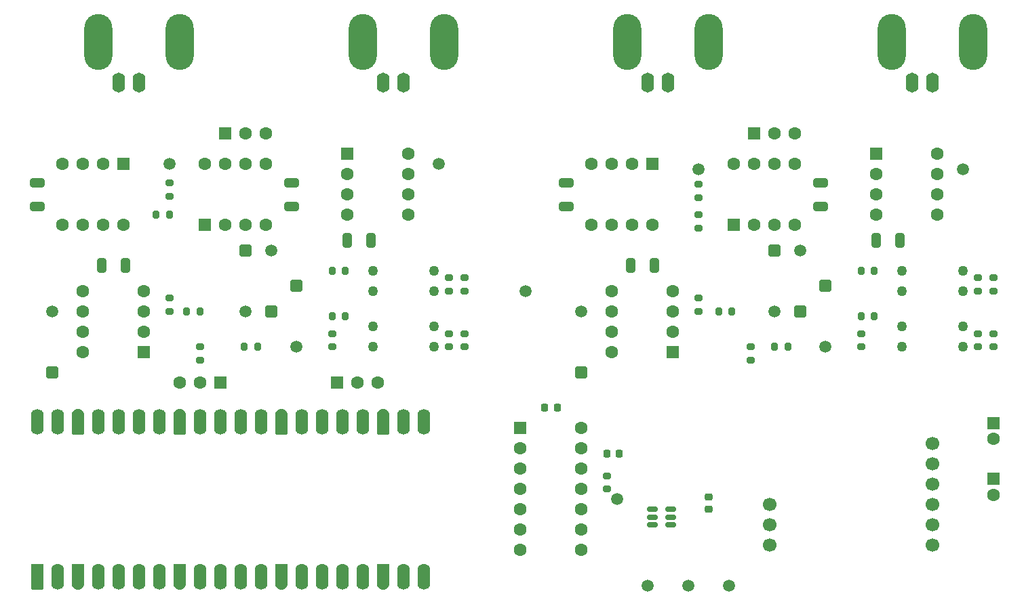
<source format=gbr>
%TF.GenerationSoftware,KiCad,Pcbnew,9.0.1*%
%TF.CreationDate,2025-06-22T18:16:09+09:00*%
%TF.ProjectId,SMU,534d552e-6b69-4636-9164-5f7063625858,rev?*%
%TF.SameCoordinates,Original*%
%TF.FileFunction,Soldermask,Top*%
%TF.FilePolarity,Negative*%
%FSLAX46Y46*%
G04 Gerber Fmt 4.6, Leading zero omitted, Abs format (unit mm)*
G04 Created by KiCad (PCBNEW 9.0.1) date 2025-06-22 18:16:09*
%MOMM*%
%LPD*%
G01*
G04 APERTURE LIST*
G04 Aperture macros list*
%AMRoundRect*
0 Rectangle with rounded corners*
0 $1 Rounding radius*
0 $2 $3 $4 $5 $6 $7 $8 $9 X,Y pos of 4 corners*
0 Add a 4 corners polygon primitive as box body*
4,1,4,$2,$3,$4,$5,$6,$7,$8,$9,$2,$3,0*
0 Add four circle primitives for the rounded corners*
1,1,$1+$1,$2,$3*
1,1,$1+$1,$4,$5*
1,1,$1+$1,$6,$7*
1,1,$1+$1,$8,$9*
0 Add four rect primitives between the rounded corners*
20,1,$1+$1,$2,$3,$4,$5,0*
20,1,$1+$1,$4,$5,$6,$7,0*
20,1,$1+$1,$6,$7,$8,$9,0*
20,1,$1+$1,$8,$9,$2,$3,0*%
%AMFreePoly0*
4,1,37,0.800000,0.796148,0.878414,0.796148,1.032228,0.765552,1.177117,0.705537,1.307515,0.618408,1.418408,0.507515,1.505537,0.377117,1.565552,0.232228,1.596148,0.078414,1.596148,-0.078414,1.565552,-0.232228,1.505537,-0.377117,1.418408,-0.507515,1.307515,-0.618408,1.177117,-0.705537,1.032228,-0.765552,0.878414,-0.796148,0.800000,-0.796148,0.800000,-0.800000,-1.400000,-0.800000,
-1.403843,-0.796157,-1.439018,-0.796157,-1.511114,-0.766294,-1.566294,-0.711114,-1.596157,-0.639018,-1.596157,-0.603843,-1.600000,-0.600000,-1.600000,0.600000,-1.596157,0.603843,-1.596157,0.639018,-1.566294,0.711114,-1.511114,0.766294,-1.439018,0.796157,-1.403843,0.796157,-1.400000,0.800000,0.800000,0.800000,0.800000,0.796148,0.800000,0.796148,$1*%
%AMFreePoly1*
4,1,37,1.403843,0.796157,1.439018,0.796157,1.511114,0.766294,1.566294,0.711114,1.596157,0.639018,1.596157,0.603843,1.600000,0.600000,1.600000,-0.600000,1.596157,-0.603843,1.596157,-0.639018,1.566294,-0.711114,1.511114,-0.766294,1.439018,-0.796157,1.403843,-0.796157,1.400000,-0.800000,-0.800000,-0.800000,-0.800000,-0.796148,-0.878414,-0.796148,-1.032228,-0.765552,-1.177117,-0.705537,
-1.307515,-0.618408,-1.418408,-0.507515,-1.505537,-0.377117,-1.565552,-0.232228,-1.596148,-0.078414,-1.596148,0.078414,-1.565552,0.232228,-1.505537,0.377117,-1.418408,0.507515,-1.307515,0.618408,-1.177117,0.705537,-1.032228,0.765552,-0.878414,0.796148,-0.800000,0.796148,-0.800000,0.800000,1.400000,0.800000,1.403843,0.796157,1.403843,0.796157,$1*%
%AMFreePoly2*
4,1,37,0.603843,0.796157,0.639018,0.796157,0.711114,0.766294,0.766294,0.711114,0.796157,0.639018,0.796157,0.603843,0.800000,0.600000,0.800000,-0.600000,0.796157,-0.603843,0.796157,-0.639018,0.766294,-0.711114,0.711114,-0.766294,0.639018,-0.796157,0.603843,-0.796157,0.600000,-0.800000,0.000000,-0.800000,0.000000,-0.796148,-0.078414,-0.796148,-0.232228,-0.765552,-0.377117,-0.705537,
-0.507515,-0.618408,-0.618408,-0.507515,-0.705537,-0.377117,-0.765552,-0.232228,-0.796148,-0.078414,-0.796148,0.078414,-0.765552,0.232228,-0.705537,0.377117,-0.618408,0.507515,-0.507515,0.618408,-0.377117,0.705537,-0.232228,0.765552,-0.078414,0.796148,0.000000,0.796148,0.000000,0.800000,0.600000,0.800000,0.603843,0.796157,0.603843,0.796157,$1*%
%AMFreePoly3*
4,1,37,0.000000,0.796148,0.078414,0.796148,0.232228,0.765552,0.377117,0.705537,0.507515,0.618408,0.618408,0.507515,0.705537,0.377117,0.765552,0.232228,0.796148,0.078414,0.796148,-0.078414,0.765552,-0.232228,0.705537,-0.377117,0.618408,-0.507515,0.507515,-0.618408,0.377117,-0.705537,0.232228,-0.765552,0.078414,-0.796148,0.000000,-0.796148,0.000000,-0.800000,-0.600000,-0.800000,
-0.603843,-0.796157,-0.639018,-0.796157,-0.711114,-0.766294,-0.766294,-0.711114,-0.796157,-0.639018,-0.796157,-0.603843,-0.800000,-0.600000,-0.800000,0.600000,-0.796157,0.603843,-0.796157,0.639018,-0.766294,0.711114,-0.711114,0.766294,-0.639018,0.796157,-0.603843,0.796157,-0.600000,0.800000,0.000000,0.800000,0.000000,0.796148,0.000000,0.796148,$1*%
G04 Aperture macros list end*
%ADD10C,1.270000*%
%ADD11RoundRect,0.250000X0.550000X0.550000X-0.550000X0.550000X-0.550000X-0.550000X0.550000X-0.550000X0*%
%ADD12C,1.600000*%
%ADD13RoundRect,0.250000X0.650000X-0.325000X0.650000X0.325000X-0.650000X0.325000X-0.650000X-0.325000X0*%
%ADD14RoundRect,0.250000X-0.650000X0.325000X-0.650000X-0.325000X0.650000X-0.325000X0.650000X0.325000X0*%
%ADD15RoundRect,0.250001X-0.499999X0.499999X-0.499999X-0.499999X0.499999X-0.499999X0.499999X0.499999X0*%
%ADD16C,1.500000*%
%ADD17RoundRect,0.200000X-0.275000X0.200000X-0.275000X-0.200000X0.275000X-0.200000X0.275000X0.200000X0*%
%ADD18RoundRect,0.200000X0.275000X-0.200000X0.275000X0.200000X-0.275000X0.200000X-0.275000X-0.200000X0*%
%ADD19RoundRect,0.250000X0.325000X0.650000X-0.325000X0.650000X-0.325000X-0.650000X0.325000X-0.650000X0*%
%ADD20RoundRect,0.200000X0.200000X0.275000X-0.200000X0.275000X-0.200000X-0.275000X0.200000X-0.275000X0*%
%ADD21RoundRect,0.200000X-0.200000X-0.275000X0.200000X-0.275000X0.200000X0.275000X-0.200000X0.275000X0*%
%ADD22RoundRect,0.250000X-0.550000X0.550000X-0.550000X-0.550000X0.550000X-0.550000X0.550000X0.550000X0*%
%ADD23RoundRect,0.225000X-0.225000X-0.250000X0.225000X-0.250000X0.225000X0.250000X-0.225000X0.250000X0*%
%ADD24RoundRect,0.225000X-0.250000X0.225000X-0.250000X-0.225000X0.250000X-0.225000X0.250000X0.225000X0*%
%ADD25O,1.600000X2.500000*%
%ADD26O,3.500000X7.000000*%
%ADD27RoundRect,0.250000X-0.550000X-0.550000X0.550000X-0.550000X0.550000X0.550000X-0.550000X0.550000X0*%
%ADD28RoundRect,0.250000X0.550000X-0.550000X0.550000X0.550000X-0.550000X0.550000X-0.550000X-0.550000X0*%
%ADD29RoundRect,0.225000X0.225000X0.250000X-0.225000X0.250000X-0.225000X-0.250000X0.225000X-0.250000X0*%
%ADD30RoundRect,0.150000X-0.512500X-0.150000X0.512500X-0.150000X0.512500X0.150000X-0.512500X0.150000X0*%
%ADD31RoundRect,0.250001X0.499999X-0.499999X0.499999X0.499999X-0.499999X0.499999X-0.499999X-0.499999X0*%
%ADD32C,1.700000*%
%ADD33R,1.500000X1.500000*%
%ADD34FreePoly0,90.000000*%
%ADD35RoundRect,0.200000X0.600000X-0.600000X0.600000X0.600000X-0.600000X0.600000X-0.600000X-0.600000X0*%
%ADD36RoundRect,0.800000X0.000010X-0.800000X0.000010X0.800000X-0.000010X0.800000X-0.000010X-0.800000X0*%
%ADD37FreePoly1,90.000000*%
%ADD38FreePoly2,90.000000*%
%ADD39FreePoly3,90.000000*%
G04 APERTURE END LIST*
D10*
%TO.C,U16*%
X77470000Y-162565000D03*
X77470000Y-160025000D03*
X69850000Y-160025000D03*
X69850000Y-162565000D03*
%TD*%
%TO.C,U10*%
X143510000Y-162560000D03*
X143510000Y-160020000D03*
X135890000Y-160020000D03*
X135890000Y-162560000D03*
%TD*%
%TO.C,U9*%
X143510000Y-155575000D03*
X143510000Y-153035000D03*
X135890000Y-153035000D03*
X135890000Y-155575000D03*
%TD*%
%TO.C,U15*%
X77470000Y-155580000D03*
X77470000Y-153040000D03*
X69850000Y-153040000D03*
X69850000Y-155580000D03*
%TD*%
D11*
%TO.C,U11*%
X107315000Y-163195000D03*
D12*
X107315000Y-160655000D03*
X107315000Y-158115000D03*
X107315000Y-155575000D03*
X99695000Y-155575000D03*
X99695000Y-158115000D03*
X99695000Y-160655000D03*
X99695000Y-163195000D03*
%TD*%
D13*
%TO.C,C7*%
X93980000Y-144985000D03*
X93980000Y-142035000D03*
%TD*%
D14*
%TO.C,C6*%
X125730000Y-142035000D03*
X125730000Y-144985000D03*
%TD*%
D15*
%TO.C,D8*%
X60325000Y-154935000D03*
D16*
X60325000Y-162555000D03*
%TD*%
D17*
%TO.C,R22*%
X79375000Y-160915000D03*
X79375000Y-162565000D03*
%TD*%
D15*
%TO.C,D4*%
X126365000Y-154935000D03*
D16*
X126365000Y-162555000D03*
%TD*%
D18*
%TO.C,R25*%
X48260000Y-164210000D03*
X48260000Y-162560000D03*
%TD*%
D19*
%TO.C,C9*%
X104980000Y-152400000D03*
X102030000Y-152400000D03*
%TD*%
D20*
%TO.C,R13*%
X114680000Y-158115000D03*
X113030000Y-158115000D03*
%TD*%
D21*
%TO.C,R16*%
X42800000Y-146055000D03*
X44450000Y-146055000D03*
%TD*%
%TO.C,R18*%
X64770000Y-153040000D03*
X66420000Y-153040000D03*
%TD*%
%TO.C,R27*%
X53785000Y-162560000D03*
X55435000Y-162560000D03*
%TD*%
D18*
%TO.C,R28*%
X44450000Y-158115000D03*
X44450000Y-156465000D03*
%TD*%
D22*
%TO.C,C2*%
X147320000Y-179070000D03*
D12*
X147320000Y-181070000D03*
%TD*%
D18*
%TO.C,R12*%
X117030000Y-164210000D03*
X117030000Y-162560000D03*
%TD*%
D14*
%TO.C,C10*%
X59690000Y-142040000D03*
X59690000Y-144990000D03*
%TD*%
D23*
%TO.C,C4*%
X91300000Y-170180000D03*
X92850000Y-170180000D03*
%TD*%
D18*
%TO.C,R3*%
X110490000Y-147700000D03*
X110490000Y-146050000D03*
%TD*%
D24*
%TO.C,C3*%
X111760000Y-181330000D03*
X111760000Y-182880000D03*
%TD*%
D22*
%TO.C,C1*%
X147320000Y-172085000D03*
D12*
X147320000Y-174085000D03*
%TD*%
D25*
%TO.C,J2*%
X73660000Y-129540000D03*
D26*
X68580000Y-124460000D03*
D25*
X71120000Y-129540000D03*
D26*
X78740000Y-124460000D03*
%TD*%
D27*
%TO.C,U14*%
X66680000Y-138435000D03*
D12*
X66680000Y-140975000D03*
X66680000Y-143515000D03*
X66680000Y-146055000D03*
X74300000Y-146055000D03*
X74300000Y-143515000D03*
X74300000Y-140975000D03*
X74300000Y-138435000D03*
%TD*%
D18*
%TO.C,R11*%
X147320000Y-162560000D03*
X147320000Y-160910000D03*
%TD*%
D21*
%TO.C,R14*%
X120015000Y-162560000D03*
X121665000Y-162560000D03*
%TD*%
D19*
%TO.C,C12*%
X69625000Y-149230000D03*
X66675000Y-149230000D03*
%TD*%
D28*
%TO.C,U6*%
X114935000Y-147320000D03*
D12*
X117475000Y-147320000D03*
X120015000Y-147320000D03*
X122555000Y-147320000D03*
X122555000Y-139700000D03*
X120015000Y-139700000D03*
X117475000Y-139700000D03*
X114935000Y-139700000D03*
%TD*%
D27*
%TO.C,U5*%
X88265000Y-172720000D03*
D12*
X88265000Y-175260000D03*
X88265000Y-177800000D03*
X88265000Y-180340000D03*
X88265000Y-182880000D03*
X88265000Y-185420000D03*
X88265000Y-187960000D03*
X95885000Y-187960000D03*
X95885000Y-185420000D03*
X95885000Y-182880000D03*
X95885000Y-180340000D03*
X95885000Y-177800000D03*
X95885000Y-175260000D03*
X95885000Y-172720000D03*
%TD*%
D18*
%TO.C,R2*%
X99060000Y-180340000D03*
X99060000Y-178690000D03*
%TD*%
D21*
%TO.C,R19*%
X64770000Y-158755000D03*
X66420000Y-158755000D03*
%TD*%
D29*
%TO.C,C5*%
X100610000Y-175895000D03*
X99060000Y-175895000D03*
%TD*%
D17*
%TO.C,R23*%
X81280000Y-153930000D03*
X81280000Y-155580000D03*
%TD*%
D30*
%TO.C,U4*%
X104775000Y-182880000D03*
X104775000Y-183830000D03*
X104775000Y-184780000D03*
X107050000Y-184780000D03*
X107050000Y-183830000D03*
X107050000Y-182880000D03*
%TD*%
D18*
%TO.C,R21*%
X79375000Y-155580000D03*
X79375000Y-153930000D03*
%TD*%
D31*
%TO.C,D3*%
X123190000Y-158120000D03*
D16*
X123190000Y-150500000D03*
%TD*%
D19*
%TO.C,C13*%
X38940000Y-152400000D03*
X35990000Y-152400000D03*
%TD*%
D22*
%TO.C,U7*%
X104775000Y-139700000D03*
D12*
X102235000Y-139700000D03*
X99695000Y-139700000D03*
X97155000Y-139700000D03*
X97155000Y-147320000D03*
X99695000Y-147320000D03*
X102235000Y-147320000D03*
X104775000Y-147320000D03*
%TD*%
D32*
%TO.C,U1*%
X119380000Y-182245000D03*
X119380000Y-184785000D03*
X119380000Y-187325000D03*
X139700000Y-174625000D03*
X139700000Y-177165000D03*
X139700000Y-179705000D03*
X139700000Y-182245000D03*
X139700000Y-184785000D03*
X139700000Y-187325000D03*
%TD*%
D21*
%TO.C,R6*%
X130810000Y-158750000D03*
X132460000Y-158750000D03*
%TD*%
D33*
%TO.C,SW1*%
X51435000Y-135890000D03*
D12*
X53975000Y-135890000D03*
X56515000Y-135890000D03*
%TD*%
D20*
%TO.C,R26*%
X48260000Y-158115000D03*
X46610000Y-158115000D03*
%TD*%
D18*
%TO.C,R8*%
X145415000Y-155575000D03*
X145415000Y-153925000D03*
%TD*%
D28*
%TO.C,U12*%
X48895000Y-147320000D03*
D12*
X51435000Y-147320000D03*
X53975000Y-147320000D03*
X56515000Y-147320000D03*
X56515000Y-139700000D03*
X53975000Y-139700000D03*
X51435000Y-139700000D03*
X48895000Y-139700000D03*
%TD*%
D25*
%TO.C,J1*%
X40640000Y-129540000D03*
D26*
X35560000Y-124460000D03*
D25*
X38100000Y-129540000D03*
D26*
X45720000Y-124460000D03*
%TD*%
D31*
%TO.C,D1*%
X95885000Y-165735000D03*
D16*
X95885000Y-158115000D03*
%TD*%
D33*
%TO.C,SW3*%
X50800000Y-167005000D03*
D12*
X48260000Y-167005000D03*
X45720000Y-167005000D03*
%TD*%
D17*
%TO.C,R17*%
X44450000Y-142055000D03*
X44450000Y-143705000D03*
%TD*%
%TO.C,R7*%
X130810000Y-160910000D03*
X130810000Y-162560000D03*
%TD*%
D33*
%TO.C,SW2*%
X117475000Y-135890000D03*
D12*
X120015000Y-135890000D03*
X122555000Y-135890000D03*
%TD*%
D27*
%TO.C,U8*%
X132715000Y-138430000D03*
D12*
X132715000Y-140970000D03*
X132715000Y-143510000D03*
X132715000Y-146050000D03*
X140335000Y-146050000D03*
X140335000Y-143510000D03*
X140335000Y-140970000D03*
X140335000Y-138430000D03*
%TD*%
D11*
%TO.C,U17*%
X41270000Y-163200000D03*
D12*
X41270000Y-160660000D03*
X41270000Y-158120000D03*
X41270000Y-155580000D03*
X33650000Y-155580000D03*
X33650000Y-158120000D03*
X33650000Y-160660000D03*
X33650000Y-163200000D03*
%TD*%
D15*
%TO.C,D6*%
X53975000Y-150490000D03*
D16*
X53975000Y-158110000D03*
%TD*%
D17*
%TO.C,R10*%
X147320000Y-153925000D03*
X147320000Y-155575000D03*
%TD*%
D25*
%TO.C,J3*%
X106680000Y-129540000D03*
D26*
X101600000Y-124460000D03*
D25*
X104140000Y-129540000D03*
D26*
X111760000Y-124460000D03*
%TD*%
D13*
%TO.C,C11*%
X27940000Y-144990000D03*
X27940000Y-142040000D03*
%TD*%
D17*
%TO.C,R20*%
X64770000Y-160915000D03*
X64770000Y-162565000D03*
%TD*%
D33*
%TO.C,SW4*%
X65405000Y-167005000D03*
D12*
X67945000Y-167005000D03*
X70485000Y-167005000D03*
%TD*%
D18*
%TO.C,R24*%
X81280000Y-162565000D03*
X81280000Y-160915000D03*
%TD*%
D15*
%TO.C,D2*%
X120015000Y-150495000D03*
D16*
X120015000Y-158115000D03*
%TD*%
D18*
%TO.C,R15*%
X110490000Y-158115000D03*
X110490000Y-156465000D03*
%TD*%
D31*
%TO.C,D7*%
X57150000Y-158120000D03*
D16*
X57150000Y-150500000D03*
%TD*%
D17*
%TO.C,R9*%
X145415000Y-160910000D03*
X145415000Y-162560000D03*
%TD*%
D22*
%TO.C,U13*%
X38735000Y-139705000D03*
D12*
X36195000Y-139705000D03*
X33655000Y-139705000D03*
X31115000Y-139705000D03*
X31115000Y-147325000D03*
X33655000Y-147325000D03*
X36195000Y-147325000D03*
X38735000Y-147325000D03*
%TD*%
D31*
%TO.C,D5*%
X29845000Y-165740000D03*
D16*
X29845000Y-158120000D03*
%TD*%
D17*
%TO.C,R4*%
X110490000Y-142240000D03*
X110490000Y-143890000D03*
%TD*%
D21*
%TO.C,R5*%
X130810000Y-153035000D03*
X132460000Y-153035000D03*
%TD*%
D25*
%TO.C,J4*%
X139700000Y-129540000D03*
D26*
X134620000Y-124460000D03*
D25*
X137160000Y-129540000D03*
D26*
X144780000Y-124460000D03*
%TD*%
D19*
%TO.C,C8*%
X135665000Y-149225000D03*
X132715000Y-149225000D03*
%TD*%
D34*
%TO.C,A1*%
X27940000Y-191300000D03*
D35*
X27940000Y-190500000D03*
D36*
X30480000Y-191300000D03*
D12*
X30480000Y-190500000D03*
D37*
X33020000Y-191300000D03*
D38*
X33020000Y-190500000D03*
D36*
X35560000Y-191300000D03*
D12*
X35560000Y-190500000D03*
D36*
X38100000Y-191300000D03*
D12*
X38100000Y-190500000D03*
D36*
X40640000Y-191300000D03*
D12*
X40640000Y-190500000D03*
D36*
X43180000Y-191300000D03*
D12*
X43180000Y-190500000D03*
D37*
X45720000Y-191300000D03*
D38*
X45720000Y-190500000D03*
D36*
X48260000Y-191300000D03*
D12*
X48260000Y-190500000D03*
D36*
X50800000Y-191300000D03*
D12*
X50800000Y-190500000D03*
D36*
X53340000Y-191300000D03*
D12*
X53340000Y-190500000D03*
D36*
X55880000Y-191300000D03*
D12*
X55880000Y-190500000D03*
D37*
X58420000Y-191300000D03*
D38*
X58420000Y-190500000D03*
D36*
X60960000Y-191300000D03*
D12*
X60960000Y-190500000D03*
D36*
X63500000Y-191300000D03*
D12*
X63500000Y-190500000D03*
D36*
X66040000Y-191300000D03*
D12*
X66040000Y-190500000D03*
D36*
X68580000Y-191300000D03*
D12*
X68580000Y-190500000D03*
D37*
X71120000Y-191300000D03*
D38*
X71120000Y-190500000D03*
D36*
X73660000Y-191300000D03*
D12*
X73660000Y-190500000D03*
D36*
X76200000Y-191300000D03*
D12*
X76200000Y-190500000D03*
X76200000Y-172720000D03*
D36*
X76200000Y-171920000D03*
D12*
X73660000Y-172720000D03*
D36*
X73660000Y-171920000D03*
D39*
X71120000Y-172720000D03*
D34*
X71120000Y-171920000D03*
D12*
X68580000Y-172720000D03*
D36*
X68580000Y-171920000D03*
D12*
X66040000Y-172720000D03*
D36*
X66040000Y-171920000D03*
D12*
X63500000Y-172720000D03*
D36*
X63500000Y-171920000D03*
D12*
X60960000Y-172720000D03*
D36*
X60960000Y-171920000D03*
D39*
X58420000Y-172720000D03*
D34*
X58420000Y-171920000D03*
D12*
X55880000Y-172720000D03*
D36*
X55880000Y-171920000D03*
D12*
X53340000Y-172720000D03*
D36*
X53340000Y-171920000D03*
D12*
X50800000Y-172720000D03*
D36*
X50800000Y-171920000D03*
D12*
X48260000Y-172720000D03*
D36*
X48260000Y-171920000D03*
D39*
X45720000Y-172720000D03*
D34*
X45720000Y-171920000D03*
D12*
X43180000Y-172720000D03*
D36*
X43180000Y-171920000D03*
D12*
X40640000Y-172720000D03*
D36*
X40640000Y-171920000D03*
D12*
X38100000Y-172720000D03*
D36*
X38100000Y-171920000D03*
D12*
X35560000Y-172720000D03*
D36*
X35560000Y-171920000D03*
D39*
X33020000Y-172720000D03*
D34*
X33020000Y-171920000D03*
D12*
X30480000Y-172720000D03*
D36*
X30480000Y-171920000D03*
D12*
X27940000Y-172720000D03*
D36*
X27940000Y-171920000D03*
%TD*%
D16*
X109220000Y-192405000D03*
X143510000Y-140335000D03*
X78105000Y-139700000D03*
X100330000Y-181610000D03*
X110490000Y-140335000D03*
X44450000Y-139700000D03*
X104140000Y-192405000D03*
X114300000Y-192405000D03*
X88900000Y-155575000D03*
M02*

</source>
